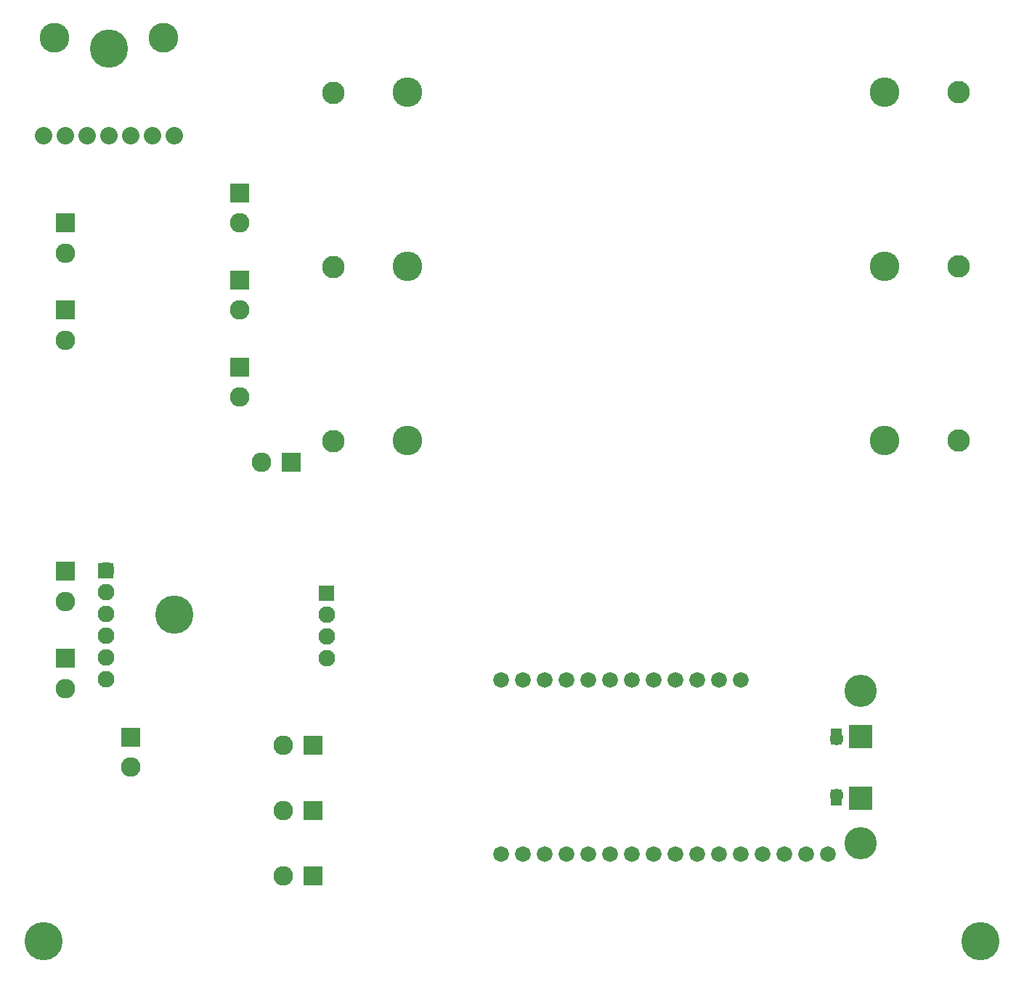
<source format=gts>
G04 MADE WITH FRITZING*
G04 WWW.FRITZING.ORG*
G04 DOUBLE SIDED*
G04 HOLES PLATED*
G04 CONTOUR ON CENTER OF CONTOUR VECTOR*
%ASAXBY*%
%FSLAX23Y23*%
%MOIN*%
%OFA0B0*%
%SFA1.0B1.0*%
%ADD10C,0.136614*%
%ADD11C,0.080000*%
%ADD12C,0.090000*%
%ADD13C,0.103000*%
%ADD14C,0.136000*%
%ADD15C,0.148425*%
%ADD16C,0.105000*%
%ADD17C,0.061496*%
%ADD18C,0.072000*%
%ADD19C,0.076555*%
%ADD20C,0.059194*%
%ADD21C,0.175354*%
%ADD22R,0.090000X0.090000*%
%ADD23R,0.105000X0.105000*%
%ADD24R,0.001000X0.001000*%
%LNMASK1*%
G90*
G70*
G54D10*
X800Y4427D03*
G54D11*
X250Y3977D03*
X350Y3977D03*
X450Y3977D03*
X550Y3977D03*
X650Y3977D03*
X750Y3977D03*
X850Y3977D03*
G54D10*
X300Y4427D03*
G54D12*
X650Y1215D03*
X650Y1077D03*
X650Y1215D03*
X650Y1077D03*
X350Y1577D03*
X350Y1439D03*
X350Y1577D03*
X350Y1439D03*
X350Y3177D03*
X350Y3039D03*
X350Y3177D03*
X350Y3039D03*
X1387Y2477D03*
X1250Y2477D03*
X1387Y2477D03*
X1250Y2477D03*
X1487Y877D03*
X1350Y877D03*
X1487Y877D03*
X1350Y877D03*
X1487Y1177D03*
X1350Y1177D03*
X1487Y1177D03*
X1350Y1177D03*
X1150Y2915D03*
X1150Y2777D03*
X1150Y2915D03*
X1150Y2777D03*
X1150Y3315D03*
X1150Y3177D03*
X1150Y3315D03*
X1150Y3177D03*
X1150Y3715D03*
X1150Y3577D03*
X1150Y3715D03*
X1150Y3577D03*
X350Y1977D03*
X350Y1839D03*
X350Y1977D03*
X350Y1839D03*
X350Y3577D03*
X350Y3439D03*
X350Y3577D03*
X350Y3439D03*
G54D13*
X1581Y4176D03*
G54D14*
X1922Y4177D03*
G54D13*
X4450Y4177D03*
G54D14*
X4112Y4177D03*
G54D13*
X1581Y4176D03*
G54D14*
X1922Y4177D03*
G54D13*
X4450Y4177D03*
G54D14*
X4112Y4177D03*
G54D13*
X1581Y3376D03*
G54D14*
X1922Y3377D03*
G54D13*
X4450Y3377D03*
G54D14*
X4112Y3377D03*
G54D13*
X1581Y3376D03*
G54D14*
X1922Y3377D03*
G54D13*
X4450Y3377D03*
G54D14*
X4112Y3377D03*
G54D13*
X1581Y2576D03*
G54D14*
X1922Y2577D03*
G54D13*
X4450Y2577D03*
G54D14*
X4112Y2577D03*
G54D13*
X1581Y2576D03*
G54D14*
X1922Y2577D03*
G54D13*
X4450Y2577D03*
G54D14*
X4112Y2577D03*
G54D15*
X4000Y727D03*
G54D16*
X3999Y1219D03*
G54D17*
X3889Y1207D03*
G54D18*
X2350Y677D03*
X2450Y677D03*
X2550Y677D03*
X2650Y677D03*
X2750Y677D03*
X2850Y677D03*
X2950Y677D03*
X3050Y677D03*
X3150Y677D03*
G54D15*
X4000Y1427D03*
G54D18*
X3250Y677D03*
X3350Y677D03*
X3450Y677D03*
X3550Y677D03*
X3650Y677D03*
X3750Y677D03*
X3850Y677D03*
X3450Y1477D03*
X3350Y1477D03*
X3250Y1477D03*
X3150Y1477D03*
X3050Y1477D03*
X2950Y1477D03*
X2850Y1477D03*
X2750Y1477D03*
X2650Y1477D03*
X2550Y1477D03*
X2450Y1477D03*
X2350Y1477D03*
G54D17*
X3889Y947D03*
G54D16*
X3999Y935D03*
G54D15*
X4000Y727D03*
G54D16*
X3999Y1219D03*
G54D17*
X3889Y1207D03*
G54D18*
X2350Y677D03*
X2450Y677D03*
X2550Y677D03*
X2650Y677D03*
X2750Y677D03*
X2850Y677D03*
X2950Y677D03*
X3050Y677D03*
X3150Y677D03*
G54D15*
X4000Y1427D03*
G54D18*
X3250Y677D03*
X3350Y677D03*
X3450Y677D03*
X3550Y677D03*
X3650Y677D03*
X3750Y677D03*
X3850Y677D03*
X3450Y1477D03*
X3350Y1477D03*
X3250Y1477D03*
X3150Y1477D03*
X3050Y1477D03*
X2950Y1477D03*
X2850Y1477D03*
X2750Y1477D03*
X2650Y1477D03*
X2550Y1477D03*
X2450Y1477D03*
X2350Y1477D03*
G54D17*
X3889Y947D03*
G54D16*
X3999Y935D03*
G54D19*
X537Y1880D03*
X537Y1780D03*
X537Y1680D03*
X537Y1580D03*
X537Y1480D03*
X537Y1980D03*
X1550Y1777D03*
X1550Y1677D03*
G54D20*
X1550Y1877D03*
G54D19*
X1550Y1577D03*
G54D21*
X4550Y277D03*
X850Y1777D03*
X550Y4377D03*
X250Y277D03*
G54D12*
X1487Y577D03*
X1350Y577D03*
X1487Y577D03*
X1350Y577D03*
G54D22*
X650Y1215D03*
X650Y1215D03*
X350Y1577D03*
X350Y1577D03*
X350Y3177D03*
X350Y3177D03*
X1387Y2477D03*
X1387Y2477D03*
X1487Y877D03*
X1487Y877D03*
X1487Y1177D03*
X1487Y1177D03*
X1150Y2915D03*
X1150Y2915D03*
X1150Y3315D03*
X1150Y3315D03*
X1150Y3715D03*
X1150Y3715D03*
X350Y1977D03*
X350Y1977D03*
X350Y3577D03*
X350Y3577D03*
G54D23*
X3999Y1219D03*
X3999Y935D03*
X3999Y1219D03*
X3999Y935D03*
G54D22*
X1487Y577D03*
X1487Y577D03*
G54D24*
X503Y2015D02*
X570Y2015D01*
X502Y2014D02*
X571Y2014D01*
X502Y2013D02*
X571Y2013D01*
X502Y2012D02*
X571Y2012D01*
X502Y2011D02*
X571Y2011D01*
X502Y2010D02*
X571Y2010D01*
X502Y2009D02*
X571Y2009D01*
X502Y2008D02*
X571Y2008D01*
X502Y2007D02*
X571Y2007D01*
X502Y2006D02*
X571Y2006D01*
X502Y2005D02*
X571Y2005D01*
X502Y2004D02*
X571Y2004D01*
X502Y2003D02*
X571Y2003D01*
X502Y2002D02*
X571Y2002D01*
X502Y2001D02*
X571Y2001D01*
X502Y2000D02*
X571Y2000D01*
X502Y1999D02*
X571Y1999D01*
X502Y1998D02*
X571Y1998D01*
X502Y1997D02*
X571Y1997D01*
X502Y1996D02*
X571Y1996D01*
X502Y1995D02*
X571Y1995D01*
X502Y1994D02*
X571Y1994D01*
X502Y1993D02*
X532Y1993D01*
X541Y1993D02*
X571Y1993D01*
X502Y1992D02*
X529Y1992D01*
X544Y1992D02*
X571Y1992D01*
X502Y1991D02*
X528Y1991D01*
X545Y1991D02*
X571Y1991D01*
X502Y1990D02*
X527Y1990D01*
X546Y1990D02*
X571Y1990D01*
X502Y1989D02*
X526Y1989D01*
X547Y1989D02*
X571Y1989D01*
X502Y1988D02*
X525Y1988D01*
X548Y1988D02*
X571Y1988D01*
X502Y1987D02*
X524Y1987D01*
X549Y1987D02*
X571Y1987D01*
X502Y1986D02*
X524Y1986D01*
X549Y1986D02*
X571Y1986D01*
X502Y1985D02*
X523Y1985D01*
X550Y1985D02*
X571Y1985D01*
X502Y1984D02*
X523Y1984D01*
X550Y1984D02*
X571Y1984D01*
X502Y1983D02*
X523Y1983D01*
X550Y1983D02*
X571Y1983D01*
X502Y1982D02*
X523Y1982D01*
X550Y1982D02*
X571Y1982D01*
X502Y1981D02*
X523Y1981D01*
X550Y1981D02*
X571Y1981D01*
X502Y1980D02*
X522Y1980D01*
X550Y1980D02*
X571Y1980D01*
X502Y1979D02*
X523Y1979D01*
X550Y1979D02*
X571Y1979D01*
X502Y1978D02*
X523Y1978D01*
X550Y1978D02*
X571Y1978D01*
X502Y1977D02*
X523Y1977D01*
X550Y1977D02*
X571Y1977D01*
X502Y1976D02*
X523Y1976D01*
X550Y1976D02*
X571Y1976D01*
X502Y1975D02*
X523Y1975D01*
X550Y1975D02*
X571Y1975D01*
X502Y1974D02*
X524Y1974D01*
X549Y1974D02*
X571Y1974D01*
X502Y1973D02*
X525Y1973D01*
X548Y1973D02*
X571Y1973D01*
X502Y1972D02*
X525Y1972D01*
X548Y1972D02*
X571Y1972D01*
X502Y1971D02*
X526Y1971D01*
X547Y1971D02*
X571Y1971D01*
X502Y1970D02*
X527Y1970D01*
X546Y1970D02*
X571Y1970D01*
X502Y1969D02*
X528Y1969D01*
X545Y1969D02*
X571Y1969D01*
X502Y1968D02*
X530Y1968D01*
X543Y1968D02*
X571Y1968D01*
X502Y1967D02*
X533Y1967D01*
X540Y1967D02*
X571Y1967D01*
X502Y1966D02*
X571Y1966D01*
X502Y1965D02*
X571Y1965D01*
X502Y1964D02*
X571Y1964D01*
X502Y1963D02*
X571Y1963D01*
X502Y1962D02*
X571Y1962D01*
X502Y1961D02*
X571Y1961D01*
X502Y1960D02*
X571Y1960D01*
X502Y1959D02*
X571Y1959D01*
X502Y1958D02*
X571Y1958D01*
X502Y1957D02*
X571Y1957D01*
X502Y1956D02*
X571Y1956D01*
X502Y1955D02*
X571Y1955D01*
X502Y1954D02*
X571Y1954D01*
X502Y1953D02*
X571Y1953D01*
X502Y1952D02*
X571Y1952D01*
X502Y1951D02*
X571Y1951D01*
X502Y1950D02*
X571Y1950D01*
X502Y1949D02*
X571Y1949D01*
X502Y1948D02*
X571Y1948D01*
X502Y1947D02*
X571Y1947D01*
X502Y1946D02*
X571Y1946D01*
X1515Y1912D02*
X1583Y1912D01*
X1515Y1911D02*
X1583Y1911D01*
X1515Y1910D02*
X1583Y1910D01*
X1515Y1909D02*
X1583Y1909D01*
X1515Y1908D02*
X1583Y1908D01*
X1515Y1907D02*
X1583Y1907D01*
X1515Y1906D02*
X1583Y1906D01*
X1515Y1905D02*
X1583Y1905D01*
X1515Y1904D02*
X1583Y1904D01*
X1515Y1903D02*
X1583Y1903D01*
X1515Y1902D02*
X1583Y1902D01*
X1515Y1901D02*
X1583Y1901D01*
X1515Y1900D02*
X1583Y1900D01*
X1515Y1899D02*
X1583Y1899D01*
X1515Y1898D02*
X1583Y1898D01*
X1515Y1897D02*
X1583Y1897D01*
X1515Y1896D02*
X1583Y1896D01*
X1515Y1895D02*
X1583Y1895D01*
X1515Y1894D02*
X1583Y1894D01*
X1515Y1893D02*
X1583Y1893D01*
X1515Y1892D02*
X1583Y1892D01*
X1515Y1891D02*
X1583Y1891D01*
X1515Y1890D02*
X1543Y1890D01*
X1555Y1890D02*
X1583Y1890D01*
X1515Y1889D02*
X1541Y1889D01*
X1556Y1889D02*
X1583Y1889D01*
X1515Y1888D02*
X1540Y1888D01*
X1558Y1888D02*
X1583Y1888D01*
X1515Y1887D02*
X1539Y1887D01*
X1559Y1887D02*
X1583Y1887D01*
X1515Y1886D02*
X1538Y1886D01*
X1560Y1886D02*
X1583Y1886D01*
X1515Y1885D02*
X1537Y1885D01*
X1561Y1885D02*
X1583Y1885D01*
X1515Y1884D02*
X1537Y1884D01*
X1561Y1884D02*
X1583Y1884D01*
X1515Y1883D02*
X1536Y1883D01*
X1562Y1883D02*
X1583Y1883D01*
X1515Y1882D02*
X1536Y1882D01*
X1562Y1882D02*
X1583Y1882D01*
X1515Y1881D02*
X1535Y1881D01*
X1562Y1881D02*
X1583Y1881D01*
X1515Y1880D02*
X1535Y1880D01*
X1563Y1880D02*
X1583Y1880D01*
X1515Y1879D02*
X1535Y1879D01*
X1563Y1879D02*
X1583Y1879D01*
X1515Y1878D02*
X1535Y1878D01*
X1563Y1878D02*
X1583Y1878D01*
X1515Y1877D02*
X1535Y1877D01*
X1563Y1877D02*
X1583Y1877D01*
X1515Y1876D02*
X1535Y1876D01*
X1563Y1876D02*
X1583Y1876D01*
X1515Y1875D02*
X1535Y1875D01*
X1563Y1875D02*
X1583Y1875D01*
X1515Y1874D02*
X1535Y1874D01*
X1562Y1874D02*
X1583Y1874D01*
X1515Y1873D02*
X1536Y1873D01*
X1562Y1873D02*
X1583Y1873D01*
X1515Y1872D02*
X1536Y1872D01*
X1562Y1872D02*
X1583Y1872D01*
X1515Y1871D02*
X1537Y1871D01*
X1561Y1871D02*
X1583Y1871D01*
X1515Y1870D02*
X1537Y1870D01*
X1561Y1870D02*
X1583Y1870D01*
X1515Y1869D02*
X1538Y1869D01*
X1560Y1869D02*
X1583Y1869D01*
X1515Y1868D02*
X1539Y1868D01*
X1559Y1868D02*
X1583Y1868D01*
X1515Y1867D02*
X1540Y1867D01*
X1558Y1867D02*
X1583Y1867D01*
X1515Y1866D02*
X1541Y1866D01*
X1557Y1866D02*
X1583Y1866D01*
X1515Y1865D02*
X1543Y1865D01*
X1555Y1865D02*
X1583Y1865D01*
X1515Y1864D02*
X1548Y1864D01*
X1550Y1864D02*
X1583Y1864D01*
X1515Y1863D02*
X1583Y1863D01*
X1515Y1862D02*
X1583Y1862D01*
X1515Y1861D02*
X1583Y1861D01*
X1515Y1860D02*
X1583Y1860D01*
X1515Y1859D02*
X1583Y1859D01*
X1515Y1858D02*
X1583Y1858D01*
X1515Y1857D02*
X1583Y1857D01*
X1515Y1856D02*
X1583Y1856D01*
X1515Y1855D02*
X1583Y1855D01*
X1515Y1854D02*
X1583Y1854D01*
X1515Y1853D02*
X1583Y1853D01*
X1515Y1852D02*
X1583Y1852D01*
X1515Y1851D02*
X1583Y1851D01*
X1515Y1850D02*
X1583Y1850D01*
X1515Y1849D02*
X1583Y1849D01*
X1515Y1848D02*
X1583Y1848D01*
X1515Y1847D02*
X1583Y1847D01*
X1515Y1846D02*
X1583Y1846D01*
X1515Y1845D02*
X1583Y1845D01*
X1515Y1844D02*
X1583Y1844D01*
X1515Y1843D02*
X1583Y1843D01*
X3863Y1253D02*
X3914Y1253D01*
X3863Y1252D02*
X3914Y1252D01*
X3863Y1251D02*
X3914Y1251D01*
X3863Y1250D02*
X3914Y1250D01*
X3863Y1249D02*
X3914Y1249D01*
X3863Y1248D02*
X3914Y1248D01*
X3863Y1247D02*
X3914Y1247D01*
X3863Y1246D02*
X3914Y1246D01*
X3863Y1245D02*
X3914Y1245D01*
X3863Y1244D02*
X3914Y1244D01*
X3863Y1243D02*
X3914Y1243D01*
X3863Y1242D02*
X3914Y1242D01*
X3863Y1241D02*
X3914Y1241D01*
X3863Y1240D02*
X3914Y1240D01*
X3863Y1239D02*
X3914Y1239D01*
X3863Y1238D02*
X3914Y1238D01*
X3863Y1237D02*
X3914Y1237D01*
X3863Y1236D02*
X3914Y1236D01*
X3863Y1235D02*
X3914Y1235D01*
X3863Y1234D02*
X3914Y1234D01*
X3863Y1233D02*
X3914Y1233D01*
X3863Y1232D02*
X3914Y1232D01*
X3863Y1231D02*
X3914Y1231D01*
X3863Y1230D02*
X3914Y1230D01*
X3863Y1229D02*
X3914Y1229D01*
X3863Y1228D02*
X3914Y1228D01*
X3863Y1227D02*
X3914Y1227D01*
X3863Y1226D02*
X3914Y1226D01*
X3863Y1225D02*
X3914Y1225D01*
X3863Y1224D02*
X3914Y1224D01*
X3863Y1223D02*
X3886Y1223D01*
X3891Y1223D02*
X3914Y1223D01*
X3863Y1222D02*
X3882Y1222D01*
X3895Y1222D02*
X3914Y1222D01*
X3863Y1221D02*
X3880Y1221D01*
X3897Y1221D02*
X3914Y1221D01*
X3863Y1220D02*
X3878Y1220D01*
X3898Y1220D02*
X3914Y1220D01*
X3863Y1219D02*
X3877Y1219D01*
X3899Y1219D02*
X3914Y1219D01*
X3863Y1218D02*
X3876Y1218D01*
X3900Y1218D02*
X3914Y1218D01*
X3863Y1217D02*
X3875Y1217D01*
X3901Y1217D02*
X3914Y1217D01*
X3863Y1216D02*
X3875Y1216D01*
X3902Y1216D02*
X3914Y1216D01*
X3863Y1215D02*
X3874Y1215D01*
X3903Y1215D02*
X3914Y1215D01*
X3863Y1214D02*
X3873Y1214D01*
X3903Y1214D02*
X3914Y1214D01*
X3863Y1213D02*
X3873Y1213D01*
X3904Y1213D02*
X3914Y1213D01*
X3863Y1212D02*
X3873Y1212D01*
X3904Y1212D02*
X3914Y1212D01*
X3863Y1211D02*
X3872Y1211D01*
X3904Y1211D02*
X3914Y1211D01*
X3863Y1210D02*
X3872Y1210D01*
X3904Y1210D02*
X3914Y1210D01*
X3863Y1209D02*
X3872Y1209D01*
X3904Y1209D02*
X3914Y1209D01*
X3863Y1208D02*
X3872Y1208D01*
X3904Y1208D02*
X3914Y1208D01*
X3863Y1207D02*
X3872Y1207D01*
X3904Y1207D02*
X3914Y1207D01*
X3863Y1206D02*
X3872Y1206D01*
X3904Y1206D02*
X3914Y1206D01*
X3863Y1205D02*
X3872Y1205D01*
X3904Y1205D02*
X3914Y1205D01*
X3863Y1204D02*
X3872Y1204D01*
X3904Y1204D02*
X3914Y1204D01*
X3863Y1203D02*
X3873Y1203D01*
X3904Y1203D02*
X3914Y1203D01*
X3863Y1202D02*
X3873Y1202D01*
X3904Y1202D02*
X3914Y1202D01*
X3863Y1201D02*
X3873Y1201D01*
X3903Y1201D02*
X3914Y1201D01*
X3863Y1200D02*
X3874Y1200D01*
X3903Y1200D02*
X3914Y1200D01*
X3863Y1199D02*
X3874Y1199D01*
X3902Y1199D02*
X3914Y1199D01*
X3863Y1198D02*
X3875Y1198D01*
X3901Y1198D02*
X3914Y1198D01*
X3863Y1197D02*
X3876Y1197D01*
X3900Y1197D02*
X3914Y1197D01*
X3863Y1196D02*
X3877Y1196D01*
X3900Y1196D02*
X3914Y1196D01*
X3863Y1195D02*
X3878Y1195D01*
X3898Y1195D02*
X3914Y1195D01*
X3863Y1194D02*
X3879Y1194D01*
X3897Y1194D02*
X3914Y1194D01*
X3863Y1193D02*
X3881Y1193D01*
X3895Y1193D02*
X3914Y1193D01*
X3863Y1192D02*
X3886Y1192D01*
X3891Y1192D02*
X3914Y1192D01*
X3863Y1191D02*
X3914Y1191D01*
X3863Y1190D02*
X3914Y1190D01*
X3863Y1189D02*
X3914Y1189D01*
X3863Y1188D02*
X3914Y1188D01*
X3863Y1187D02*
X3914Y1187D01*
X3863Y1186D02*
X3914Y1186D01*
X3863Y1185D02*
X3914Y1185D01*
X3863Y1184D02*
X3914Y1184D01*
X3863Y1183D02*
X3914Y1183D01*
X3863Y1182D02*
X3913Y1182D01*
X3863Y973D02*
X3913Y973D01*
X3863Y972D02*
X3914Y972D01*
X3863Y971D02*
X3914Y971D01*
X3863Y970D02*
X3914Y970D01*
X3863Y969D02*
X3914Y969D01*
X3863Y968D02*
X3914Y968D01*
X3863Y967D02*
X3914Y967D01*
X3863Y966D02*
X3914Y966D01*
X3863Y965D02*
X3914Y965D01*
X3863Y964D02*
X3914Y964D01*
X3863Y963D02*
X3886Y963D01*
X3891Y963D02*
X3914Y963D01*
X3863Y962D02*
X3881Y962D01*
X3895Y962D02*
X3914Y962D01*
X3863Y961D02*
X3879Y961D01*
X3897Y961D02*
X3914Y961D01*
X3863Y960D02*
X3878Y960D01*
X3898Y960D02*
X3914Y960D01*
X3863Y959D02*
X3877Y959D01*
X3900Y959D02*
X3914Y959D01*
X3863Y958D02*
X3876Y958D01*
X3901Y958D02*
X3914Y958D01*
X3863Y957D02*
X3875Y957D01*
X3901Y957D02*
X3914Y957D01*
X3863Y956D02*
X3874Y956D01*
X3902Y956D02*
X3914Y956D01*
X3863Y955D02*
X3874Y955D01*
X3903Y955D02*
X3914Y955D01*
X3863Y954D02*
X3873Y954D01*
X3903Y954D02*
X3914Y954D01*
X3863Y953D02*
X3873Y953D01*
X3904Y953D02*
X3914Y953D01*
X3863Y952D02*
X3873Y952D01*
X3904Y952D02*
X3914Y952D01*
X3863Y951D02*
X3872Y951D01*
X3904Y951D02*
X3914Y951D01*
X3863Y950D02*
X3872Y950D01*
X3904Y950D02*
X3914Y950D01*
X3863Y949D02*
X3872Y949D01*
X3904Y949D02*
X3914Y949D01*
X3863Y948D02*
X3872Y948D01*
X3904Y948D02*
X3914Y948D01*
X3863Y947D02*
X3872Y947D01*
X3904Y947D02*
X3914Y947D01*
X3863Y946D02*
X3872Y946D01*
X3904Y946D02*
X3914Y946D01*
X3863Y945D02*
X3872Y945D01*
X3904Y945D02*
X3914Y945D01*
X3863Y944D02*
X3872Y944D01*
X3904Y944D02*
X3914Y944D01*
X3863Y943D02*
X3873Y943D01*
X3904Y943D02*
X3914Y943D01*
X3863Y942D02*
X3873Y942D01*
X3904Y942D02*
X3914Y942D01*
X3863Y941D02*
X3873Y941D01*
X3903Y941D02*
X3914Y941D01*
X3863Y940D02*
X3874Y940D01*
X3903Y940D02*
X3914Y940D01*
X3863Y939D02*
X3875Y939D01*
X3902Y939D02*
X3914Y939D01*
X3863Y938D02*
X3875Y938D01*
X3901Y938D02*
X3914Y938D01*
X3863Y937D02*
X3876Y937D01*
X3900Y937D02*
X3914Y937D01*
X3863Y936D02*
X3877Y936D01*
X3899Y936D02*
X3914Y936D01*
X3863Y935D02*
X3878Y935D01*
X3898Y935D02*
X3914Y935D01*
X3863Y934D02*
X3880Y934D01*
X3897Y934D02*
X3914Y934D01*
X3863Y933D02*
X3882Y933D01*
X3895Y933D02*
X3914Y933D01*
X3863Y932D02*
X3886Y932D01*
X3890Y932D02*
X3914Y932D01*
X3863Y931D02*
X3914Y931D01*
X3863Y930D02*
X3914Y930D01*
X3863Y929D02*
X3914Y929D01*
X3863Y928D02*
X3914Y928D01*
X3863Y927D02*
X3914Y927D01*
X3863Y926D02*
X3914Y926D01*
X3863Y925D02*
X3914Y925D01*
X3863Y924D02*
X3914Y924D01*
X3863Y923D02*
X3914Y923D01*
X3863Y922D02*
X3914Y922D01*
X3863Y921D02*
X3914Y921D01*
X3863Y920D02*
X3914Y920D01*
X3863Y919D02*
X3914Y919D01*
X3863Y918D02*
X3914Y918D01*
X3863Y917D02*
X3914Y917D01*
X3863Y916D02*
X3914Y916D01*
X3863Y915D02*
X3914Y915D01*
X3863Y914D02*
X3914Y914D01*
X3863Y913D02*
X3914Y913D01*
X3863Y912D02*
X3914Y912D01*
X3863Y911D02*
X3914Y911D01*
X3863Y910D02*
X3914Y910D01*
X3863Y909D02*
X3914Y909D01*
X3863Y908D02*
X3914Y908D01*
X3863Y907D02*
X3914Y907D01*
X3863Y906D02*
X3914Y906D01*
X3863Y905D02*
X3914Y905D01*
X3863Y904D02*
X3914Y904D01*
X3863Y903D02*
X3914Y903D01*
X3863Y902D02*
X3914Y902D01*
D02*
G04 End of Mask1*
M02*
</source>
